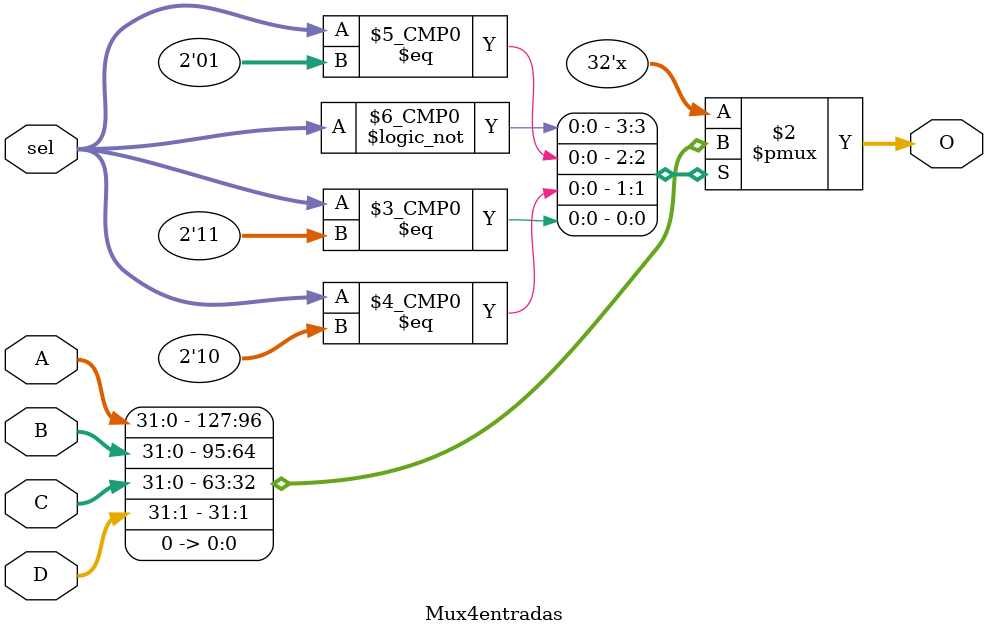
<source format=v>
`timescale 1ns / 1ps

/*
Este bloque es muy similar a un mux de 4 entradas con la diferencia de la dirección 2'b11
en este caso le asigna cero a la salida al bit menos significativo de la entrada D, esto considerando la operación
del JALR

-Entradas
A: Primer entrada del mux 2'b00
B: Segundo entrada del mux 2'b01
C: Tercer entrada del mux 2'b10
D: Cuarta entrada del mux 2'b11
sel: Seleccionar cual salida poner en el mux

-Salidas
O: Salida con el valor de alguna de las entradas

*/

module Mux4entradas(A, B, C, D, O, sel
    );
	// Este Mux se encarga de eligir la direccion del PC
	//Definicion de entradas y salidas 
	input[1:0] sel;
	input[31:0] A, B, C, D;
	output reg[31:0] O;

	//Descripcion del MUX
	always @(*)
	begin
		case(sel)
		'b00: O = A;
		'b01: O = B;
		'b10: O = C;
		'b11: O = {D[31:1], 1'b0}; //para el caso de JALR
		endcase
	end
endmodule

</source>
